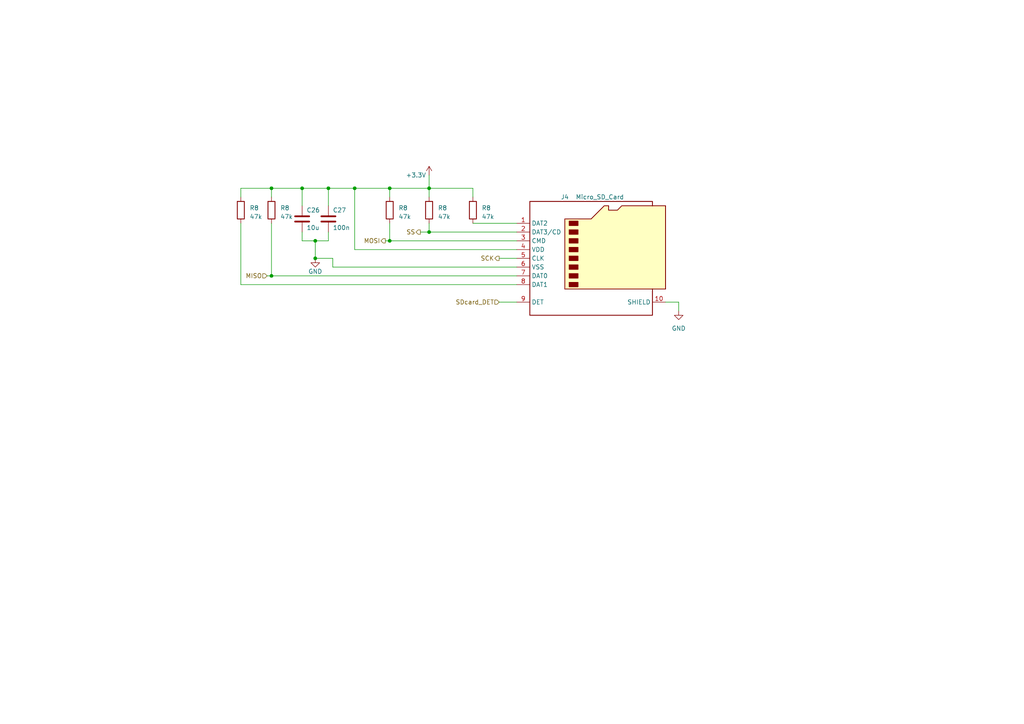
<source format=kicad_sch>
(kicad_sch (version 20230121) (generator eeschema)
  (paper "A4")
  (lib_symbols
    (symbol "Connector:Micro_SD_Card_Det1"
      (property "Reference" "J" (at -16.51 17.78 0))
      (property "Value" "Micro_SD_Card_Det1" (at 16.51 17.78 0))
      (symbol "Micro_SD_Card_Det1_0_1"
        (rectangle (start -7.62 -6.985) (end -5.08 -8.255) (stroke (width 0.254)) (fill (type outline)))
        (rectangle (start -7.62 -4.445) (end -5.08 -5.715) (stroke (width 0.254)) (fill (type outline)))
        (rectangle (start -7.62 -1.905) (end -5.08 -3.175) (stroke (width 0.254)) (fill (type outline)))
        (rectangle (start -7.62 0.635) (end -5.08 -0.635) (stroke (width 0.254)) (fill (type outline)))
        (rectangle (start -7.62 3.175) (end -5.08 1.905) (stroke (width 0.254)) (fill (type outline)))
        (rectangle (start -7.62 5.715) (end -5.08 4.445) (stroke (width 0.254)) (fill (type outline)))
        (rectangle (start -7.62 8.255) (end -5.08 6.985) (stroke (width 0.254)) (fill (type outline)))
        (rectangle (start -7.62 10.795) (end -5.08 9.525) (stroke (width 0.254)) (fill (type outline)))
        (polyline (pts (xy 16.51 15.24) (xy 16.51 16.51) (xy -19.05 16.51) (xy -19.05 -16.51) (xy 16.51 -16.51) (xy 16.51 -8.89)) (stroke (width 0.254)))
        (polyline (pts (xy -8.89 -8.89) (xy -8.89 11.43) (xy -1.27 11.43) (xy 2.54 15.24) (xy 3.81 15.24) (xy 3.81 13.97) (xy 6.35 13.97) (xy 7.62 15.24) (xy 20.32 15.24) (xy 20.32 -8.89) (xy -8.89 -8.89)) (stroke (width 0.254)) (fill (type background)))
      )
      (symbol "Micro_SD_Card_Det1_1_1"
        (pin bidirectional line (at -22.86 10.16 0) (length 3.81) (name "DAT2") (number "1"))
        (pin passive line (at 20.32 -12.7 180) (length 3.81) (name "SHIELD") (number "10"))
        (pin bidirectional line (at -22.86 7.62 0) (length 3.81) (name "DAT3/CD") (number "2"))
        (pin input line (at -22.86 5.08 0) (length 3.81) (name "CMD") (number "3"))
        (pin power_in line (at -22.86 2.54 0) (length 3.81) (name "VDD") (number "4"))
        (pin input line (at -22.86 0 0) (length 3.81) (name "CLK") (number "5"))
        (pin power_in line (at -22.86 -2.54 0) (length 3.81) (name "VSS") (number "6"))
        (pin bidirectional line (at -22.86 -5.08 0) (length 3.81) (name "DAT0") (number "7"))
        (pin bidirectional line (at -22.86 -7.62 0) (length 3.81) (name "DAT1") (number "8"))
        (pin passive line (at -22.86 -12.7 0) (length 3.81) (name "DET") (number "9"))
      )
    )
    (symbol "Device:C" (pin_numbers hide) (pin_names (offset 0.254))
      (property "Reference" "C" (at 0.635 2.54 0))
      (property "Value" "C" (at 0.635 -2.54 0))
      (symbol "C_0_1"
        (polyline (pts (xy -2.032 -0.762) (xy 2.032 -0.762)) (stroke (width 0.508)))
        (polyline (pts (xy -2.032 0.762) (xy 2.032 0.762)) (stroke (width 0.508)))
      )
      (symbol "C_1_1"
        (pin passive line (at 0 3.81 270) (length 2.794) (name "~") (number "1"))
        (pin passive line (at 0 -3.81 90) (length 2.794) (name "~") (number "2"))
      )
    )
    (symbol "Device:R" (pin_numbers hide) (pin_names (offset 0))
      (property "Reference" "R" (at 2.032 0 90))
      (property "Value" "R" (at 0 0 90))
      (symbol "R_0_1"
        (rectangle (start -1.016 -2.54) (end 1.016 2.54) (stroke (width 0.254)))
      )
      (symbol "R_1_1"
        (pin passive line (at 0 3.81 270) (length 1.27) (name "~") (number "1"))
        (pin passive line (at 0 -3.81 90) (length 1.27) (name "~") (number "2"))
      )
    )
    (symbol "power:+3.3V" (power) (pin_names (offset 0))
      (property "Value" "+3.3V" (at 0 3.556 0))
      (symbol "+3.3V_0_1"
        (polyline (pts (xy -0.762 1.27) (xy 0 2.54)))
        (polyline (pts (xy 0 0) (xy 0 2.54)))
        (polyline (pts (xy 0 2.54) (xy 0.762 1.27)))
      )
      (symbol "+3.3V_1_1"
        (pin power_in line (at 0 0 90) (length 0) hide (name "+3.3V") (number "1"))
      )
    )
    (symbol "power:GND" (power) (pin_names (offset 0))
      (property "Value" "GND" (at 0 -3.81 0))
      (symbol "GND_0_1"
        (polyline (pts (xy 0 0) (xy 0 -1.27) (xy 1.27 -1.27) (xy 0 -2.54) (xy -1.27 -1.27) (xy 0 -1.27)))
      )
      (symbol "GND_1_1"
        (pin power_in line (at 0 0 270) (length 0) hide (name "GND") (number "1"))
      )
    )
  )
  (junction (at 91.44 74.93))
  (junction (at 91.44 69.85))
  (junction (at 87.63 54.61))
  (junction (at 113.03 54.61))
  (junction (at 102.87 54.61))
  (junction (at 124.46 54.61))
  (junction (at 124.46 67.31))
  (junction (at 78.74 54.61))
  (junction (at 113.03 69.85))
  (junction (at 78.74 80.01))
  (junction (at 95.25 54.61))
  (wire (pts (xy 124.46 67.31) (xy 124.46 64.77)))
  (wire (pts (xy 144.78 87.63) (xy 149.86 87.63)))
  (wire (pts (xy 196.85 87.63) (xy 193.04 87.63)))
  (wire (pts (xy 124.46 54.61) (xy 137.16 54.61)))
  (wire (pts (xy 144.78 74.93) (xy 149.86 74.93)))
  (wire (pts (xy 102.87 54.61) (xy 113.03 54.61)))
  (wire (pts (xy 96.52 74.93) (xy 96.52 77.47)))
  (wire (pts (xy 124.46 54.61) (xy 124.46 57.15)))
  (wire (pts (xy 95.25 67.31) (xy 95.25 69.85)))
  (wire (pts (xy 78.74 64.77) (xy 78.74 80.01)))
  (wire (pts (xy 77.47 80.01) (xy 78.74 80.01)))
  (wire (pts (xy 121.92 67.31) (xy 124.46 67.31)))
  (wire (pts (xy 137.16 54.61) (xy 137.16 57.15)))
  (wire (pts (xy 78.74 54.61) (xy 87.63 54.61)))
  (wire (pts (xy 96.52 77.47) (xy 149.86 77.47)))
  (wire (pts (xy 137.16 64.77) (xy 149.86 64.77)))
  (wire (pts (xy 149.86 72.39) (xy 102.87 72.39)))
  (wire (pts (xy 111.76 69.85) (xy 113.03 69.85)))
  (wire (pts (xy 69.85 57.15) (xy 69.85 54.61)))
  (wire (pts (xy 87.63 67.31) (xy 87.63 69.85)))
  (wire (pts (xy 91.44 74.93) (xy 96.52 74.93)))
  (wire (pts (xy 69.85 64.77) (xy 69.85 82.55)))
  (wire (pts (xy 78.74 57.15) (xy 78.74 54.61)))
  (wire (pts (xy 196.85 90.17) (xy 196.85 87.63)))
  (wire (pts (xy 113.03 69.85) (xy 149.86 69.85)))
  (wire (pts (xy 91.44 69.85) (xy 95.25 69.85)))
  (wire (pts (xy 124.46 50.8) (xy 124.46 54.61)))
  (wire (pts (xy 91.44 74.93) (xy 91.44 69.85)))
  (wire (pts (xy 113.03 64.77) (xy 113.03 69.85)))
  (wire (pts (xy 87.63 59.69) (xy 87.63 54.61)))
  (wire (pts (xy 87.63 54.61) (xy 95.25 54.61)))
  (wire (pts (xy 69.85 54.61) (xy 78.74 54.61)))
  (wire (pts (xy 95.25 54.61) (xy 102.87 54.61)))
  (wire (pts (xy 95.25 54.61) (xy 95.25 59.69)))
  (wire (pts (xy 113.03 54.61) (xy 124.46 54.61)))
  (wire (pts (xy 113.03 54.61) (xy 113.03 57.15)))
  (wire (pts (xy 149.86 67.31) (xy 124.46 67.31)))
  (wire (pts (xy 87.63 69.85) (xy 91.44 69.85)))
  (wire (pts (xy 102.87 72.39) (xy 102.87 54.61)))
  (wire (pts (xy 69.85 82.55) (xy 149.86 82.55)))
  (wire (pts (xy 78.74 80.01) (xy 149.86 80.01)))
  (hierarchical_label "SDcard_DET" (shape input) (at 144.78 87.63 180))
  (hierarchical_label "MOSI" (shape output) (at 111.76 69.85 180))
  (hierarchical_label "SCK" (shape output) (at 144.78 74.93 180))
  (hierarchical_label "SS" (shape output) (at 121.92 67.31 180))
  (hierarchical_label "MISO" (shape input) (at 77.47 80.01 180))
  (symbol (lib_id "Device:R") (at 69.85 60.96 0) (unit 1)
    (property "Reference" "R8" (at 72.39 60.325 0) (effects (justify left)))
    (property "Value" "47k" (at 72.39 62.865 0) (effects (justify left)))
    (property "Footprint" "Resistor_SMD:R_0402_1005Metric_Pad0.72x0.64mm_HandSolder" (effects hide))
    (instances (project "system-on-a-business-card" (path "" (reference "R8") (unit 1)) (path "" (reference "R20") (unit 1)) (path "" (reference "R9") (unit 1))))
  )
  (symbol (lib_id "Device:R") (at 137.16 60.96 0) (unit 1)
    (property "Reference" "R8" (at 139.7 60.325 0) (effects (justify left)))
    (property "Value" "47k" (at 139.7 62.865 0) (effects (justify left)))
    (property "Footprint" "Resistor_SMD:R_0402_1005Metric_Pad0.72x0.64mm_HandSolder" (effects hide))
    (instances (project "system-on-a-business-card" (path "" (reference "R8") (unit 1)) (path "" (reference "R19") (unit 1)) (path "" (reference "R21") (unit 1))))
  )
  (symbol (lib_id "Connector:Micro_SD_Card_Det1") (at 172.72 74.93 0) (unit 1)
    (property "Reference" "J4" (at 163.83 57.15 0))
    (property "Value" "Micro_SD_Card" (at 173.99 57.15 0))
    (property "Footprint" "Prj_connector_card:microSD_HC_Hanbo_Electronic_TF-018B-H15" (effects hide))
    (property "Datasheet" "https://datasheet.lcsc.com/lcsc/2110151630_XKB-Connectivity-XKTF-015-N_C381082.pdf" (effects hide))
  )
  (symbol (lib_id "Device:C") (at 87.63 63.5 0) (unit 1)
    (property "Reference" "C26" (at 88.9 60.96 0) (effects (justify left)))
    (property "Value" "10u" (at 88.9 66.04 0) (effects (justify left)))
    (property "Footprint" "Capacitor_SMD:C_0402_1005Metric_Pad0.74x0.62mm_HandSolder" (effects hide))
  )
  (symbol (lib_id "power:+3.3V") (at 124.46 50.8 0) (mirror y) (unit 1)
    (property "Reference" "#PWR056" (effects hide))
    (property "Value" "+3.3V" (at 120.65 50.8 0))
  )
  (symbol (lib_id "Device:R") (at 113.03 60.96 0) (unit 1)
    (property "Reference" "R8" (at 115.57 60.325 0) (effects (justify left)))
    (property "Value" "47k" (at 115.57 62.865 0) (effects (justify left)))
    (property "Footprint" "Resistor_SMD:R_0402_1005Metric_Pad0.72x0.64mm_HandSolder" (effects hide))
    (instances (project "system-on-a-business-card" (path "" (reference "R8") (unit 1)) (path "" (reference "R18") (unit 1)) (path "" (reference "R19") (unit 1))))
  )
  (symbol (lib_id "Device:R") (at 124.46 60.96 0) (unit 1)
    (property "Reference" "R8" (at 127 60.325 0) (effects (justify left)))
    (property "Value" "47k" (at 127 62.865 0) (effects (justify left)))
    (property "Footprint" "Resistor_SMD:R_0402_1005Metric_Pad0.72x0.64mm_HandSolder" (effects hide))
    (instances (project "system-on-a-business-card" (path "" (reference "R8") (unit 1)) (path "" (reference "R9") (unit 1)) (path "" (reference "R20") (unit 1))))
  )
  (symbol (lib_id "Device:C") (at 95.25 63.5 0) (unit 1)
    (property "Reference" "C27" (at 96.52 60.96 0) (effects (justify left)))
    (property "Value" "100n" (at 96.52 66.04 0) (effects (justify left)))
    (property "Footprint" "Capacitor_SMD:C_0402_1005Metric_Pad0.74x0.62mm_HandSolder" (effects hide))
  )
  (symbol (lib_id "power:GND") (at 196.85 90.17 0) (mirror y) (unit 1)
    (property "Reference" "#PWR057" (effects hide))
    (property "Value" "GND" (at 196.85 95.25 0))
  )
  (symbol (lib_id "power:GND") (at 91.44 74.93 0) (mirror y) (unit 1)
    (property "Reference" "#PWR058" (effects hide))
    (property "Value" "GND" (at 91.44 78.74 0))
    (instances (project "system-on-a-business-card" (path "" (reference "#PWR058") (unit 1)) (path "" (reference "#PWR055") (unit 1))))
  )
  (symbol (lib_id "Device:R") (at 78.74 60.96 0) (unit 1)
    (property "Reference" "R8" (at 81.28 60.325 0) (effects (justify left)))
    (property "Value" "47k" (at 81.28 62.865 0) (effects (justify left)))
    (property "Footprint" "Resistor_SMD:R_0402_1005Metric_Pad0.72x0.64mm_HandSolder" (effects hide))
    (instances (project "system-on-a-business-card" (path "" (reference "R8") (unit 1)) (path "" (reference "R21") (unit 1)) (path "" (reference "R18") (unit 1))))
  )
)
</source>
